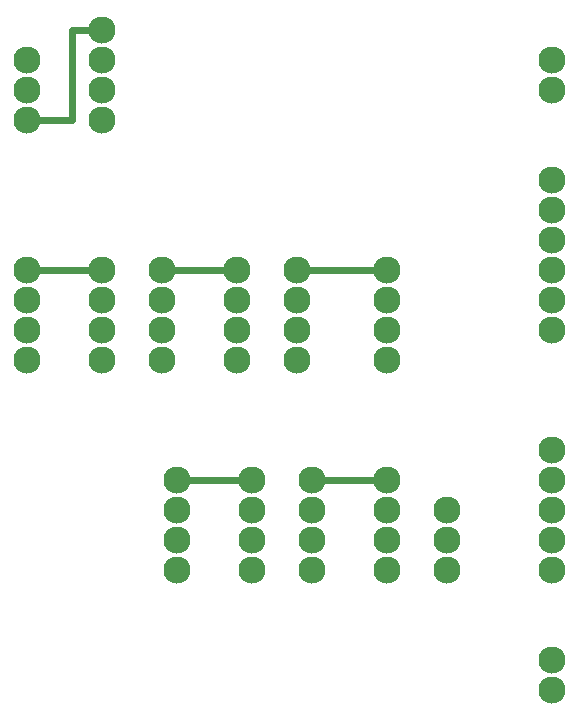
<source format=gtl>
G04 MADE WITH FRITZING*
G04 WWW.FRITZING.ORG*
G04 DOUBLE SIDED*
G04 HOLES PLATED*
G04 CONTOUR ON CENTER OF CONTOUR VECTOR*
%ASAXBY*%
%FSLAX23Y23*%
%MOIN*%
%OFA0B0*%
%SFA1.0B1.0*%
%ADD10C,0.090551*%
%ADD11C,0.024000*%
%ADD12R,0.001000X0.001000*%
%LNCOPPER1*%
G90*
G70*
G54D10*
X1452Y837D03*
X1452Y737D03*
X1452Y637D03*
X1452Y537D03*
X752Y837D03*
X752Y737D03*
X752Y637D03*
X752Y537D03*
X1002Y837D03*
X1002Y737D03*
X1002Y637D03*
X1002Y537D03*
X1202Y837D03*
X1202Y737D03*
X1202Y637D03*
X1202Y537D03*
X252Y1537D03*
X252Y1437D03*
X252Y1337D03*
X252Y1237D03*
X1452Y1537D03*
X1452Y1437D03*
X1452Y1337D03*
X1452Y1237D03*
X502Y1537D03*
X502Y1437D03*
X502Y1337D03*
X502Y1237D03*
X1152Y1537D03*
X1152Y1437D03*
X1152Y1337D03*
X1152Y1237D03*
X702Y1537D03*
X702Y1437D03*
X702Y1337D03*
X702Y1237D03*
X952Y1537D03*
X952Y1437D03*
X952Y1337D03*
X952Y1237D03*
X1652Y737D03*
X1652Y637D03*
X1652Y537D03*
X502Y2337D03*
X502Y2237D03*
X502Y2137D03*
X502Y2037D03*
X252Y2237D03*
X252Y2137D03*
X252Y2037D03*
X2002Y2237D03*
X2002Y2137D03*
X2002Y1837D03*
X2002Y1737D03*
X2002Y1637D03*
X2002Y1537D03*
X2002Y1437D03*
X2002Y1337D03*
X2002Y237D03*
X2002Y137D03*
X2002Y937D03*
X2002Y837D03*
X2002Y737D03*
X2002Y637D03*
X2002Y537D03*
G54D11*
X402Y2337D02*
X402Y2038D01*
D02*
X402Y2038D02*
X277Y2037D01*
D02*
X477Y2337D02*
X402Y2337D01*
D02*
X477Y1537D02*
X277Y1537D01*
D02*
X927Y1537D02*
X727Y1537D01*
D02*
X1427Y1537D02*
X1177Y1537D01*
D02*
X977Y837D02*
X777Y837D01*
D02*
X1227Y837D02*
X1427Y837D01*
G54D12*
D02*
G04 End of Copper1*
M02*
</source>
